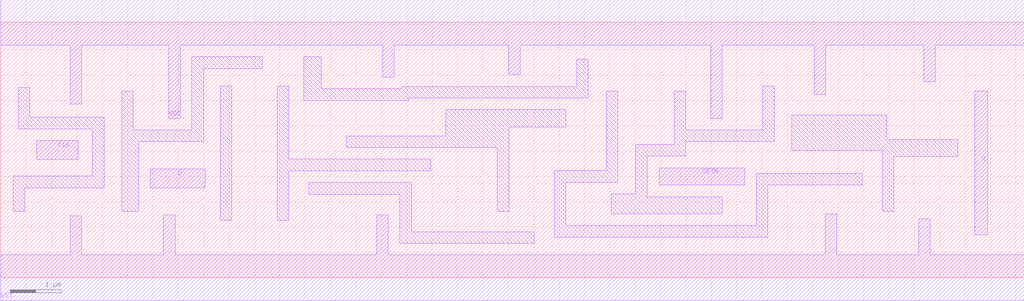
<source format=lef>
# Copyright 2022 GlobalFoundries PDK Authors
#
# Licensed under the Apache License, Version 2.0 (the "License");
# you may not use this file except in compliance with the License.
# You may obtain a copy of the License at
#
#      http://www.apache.org/licenses/LICENSE-2.0
#
# Unless required by applicable law or agreed to in writing, software
# distributed under the License is distributed on an "AS IS" BASIS,
# WITHOUT WARRANTIES OR CONDITIONS OF ANY KIND, either express or implied.
# See the License for the specific language governing permissions and
# limitations under the License.

MACRO gf180mcu_fd_sc_mcu9t5v0__dffsnq_1
  CLASS core ;
  FOREIGN gf180mcu_fd_sc_mcu9t5v0__dffsnq_1 0.0 0.0 ;
  ORIGIN 0 0 ;
  SYMMETRY X Y ;
  SITE GF018hv5v_green_sc9 ;
  SIZE 20.16 BY 5.04 ;
  PIN D
    DIRECTION INPUT ;
    ANTENNAGATEAREA 0.854 ;
    PORT
      LAYER Metal1 ;
        POLYGON 2.95 1.77 4.03 1.77 4.03 2.15 2.95 2.15  ;
    END
  END D
  PIN SETN
    DIRECTION INPUT ;
    ANTENNAGATEAREA 1.708 ;
    PORT
      LAYER Metal1 ;
        POLYGON 12.97 1.83 14.655 1.83 14.655 2.17 12.97 2.17  ;
    END
  END SETN
  PIN CLK
    DIRECTION INPUT ;
    USE clock ;
    ANTENNAGATEAREA 1.164 ;
    PORT
      LAYER Metal1 ;
        POLYGON 0.71 2.33 1.53 2.33 1.53 2.71 0.71 2.71  ;
    END
  END CLK
  PIN Q
    DIRECTION OUTPUT ;
    ANTENNADIFFAREA 1.386 ;
    PORT
      LAYER Metal1 ;
        POLYGON 19.19 0.845 19.45 0.845 19.45 3.685 19.19 3.685  ;
    END
  END Q
  PIN VDD
    DIRECTION INOUT ;
    USE power ;
    SHAPE ABUTMENT ;
    PORT
      LAYER Metal1 ;
        POLYGON 0 4.59 1.365 4.59 1.365 3.425 1.595 3.425 1.595 4.59 2.035 4.59 3.305 4.59 3.305 3.145 3.535 3.145 3.535 4.59 5.15 4.59 7.525 4.59 7.525 3.96 7.755 3.96 7.755 4.59 10.005 4.59 10.005 4.005 10.235 4.005 10.235 4.59 11.575 4.59 13.985 4.59 13.985 3.145 14.215 3.145 14.215 4.59 15.235 4.59 16.025 4.59 16.025 3.615 16.255 3.615 16.255 4.59 18.185 4.59 18.185 3.875 18.415 3.875 18.415 4.59 18.855 4.59 20.16 4.59 20.16 5.49 18.855 5.49 15.235 5.49 11.575 5.49 5.15 5.49 2.035 5.49 0 5.49  ;
    END
  END VDD
  PIN VSS
    DIRECTION INOUT ;
    USE ground ;
    SHAPE ABUTMENT ;
    PORT
      LAYER Metal1 ;
        POLYGON 0 -0.45 20.16 -0.45 20.16 0.45 18.315 0.45 18.315 1.165 18.085 1.165 18.085 0.45 16.475 0.45 16.475 1.265 16.245 1.265 16.245 0.45 7.635 0.45 7.635 1.245 7.405 1.245 7.405 0.45 3.435 0.45 3.435 1.245 3.205 1.245 3.205 0.45 1.595 0.45 1.595 1.225 1.365 1.225 1.365 0.45 0 0.45  ;
    END
  END VSS
  OBS
      LAYER Metal1 ;
        POLYGON 0.345 2.94 1.805 2.94 1.805 2.005 0.245 2.005 0.245 1.315 0.475 1.315 0.475 1.775 2.035 1.775 2.035 3.17 0.575 3.17 0.575 3.75 0.345 3.75  ;
        POLYGON 4.325 1.135 4.555 1.135 4.555 3.785 4.325 3.785  ;
        POLYGON 2.385 1.315 2.715 1.315 2.715 2.685 3.995 2.685 3.995 4.13 5.15 4.13 5.15 4.36 3.765 4.36 3.765 2.915 2.615 2.915 2.615 3.685 2.385 3.685  ;
        POLYGON 5.445 1.135 5.675 1.135 5.675 2.11 8.47 2.11 8.47 2.34 5.675 2.34 5.675 3.785 5.445 3.785  ;
        POLYGON 6.07 1.65 7.865 1.65 7.865 0.68 10.51 0.68 10.51 0.91 8.095 0.91 8.095 1.88 6.07 1.88  ;
        POLYGON 6.81 2.57 9.785 2.57 9.785 1.315 10.015 1.315 10.015 2.975 11.135 2.975 11.135 3.315 8.765 3.315 8.765 2.8 6.81 2.8  ;
        POLYGON 5.97 3.5 8.035 3.5 8.035 3.545 11.575 3.545 11.575 4.315 11.345 4.315 11.345 3.775 7.895 3.775 7.895 3.73 6.31 3.73 6.31 4.36 5.97 4.36  ;
        POLYGON 12.74 2.4 13.495 2.4 13.495 2.685 15.235 2.685 15.235 3.785 15.005 3.785 15.005 2.915 13.495 2.915 13.495 3.685 13.265 3.685 13.265 2.63 12.51 2.63 12.51 1.655 12.025 1.655 12.025 1.26 14.215 1.26 14.215 1.6 12.74 1.6  ;
        POLYGON 10.905 0.8 15.115 0.8 15.115 1.83 16.97 1.83 16.97 2.06 14.885 2.06 14.885 1.03 11.135 1.03 11.135 1.885 12.155 1.885 12.155 3.685 11.925 3.685 11.925 2.115 10.905 2.115  ;
        POLYGON 15.585 2.515 17.365 2.515 17.365 1.315 17.595 1.315 17.595 2.39 18.855 2.39 18.855 2.73 17.455 2.73 17.455 3.215 15.585 3.215  ;
  END
END gf180mcu_fd_sc_mcu9t5v0__dffsnq_1

</source>
